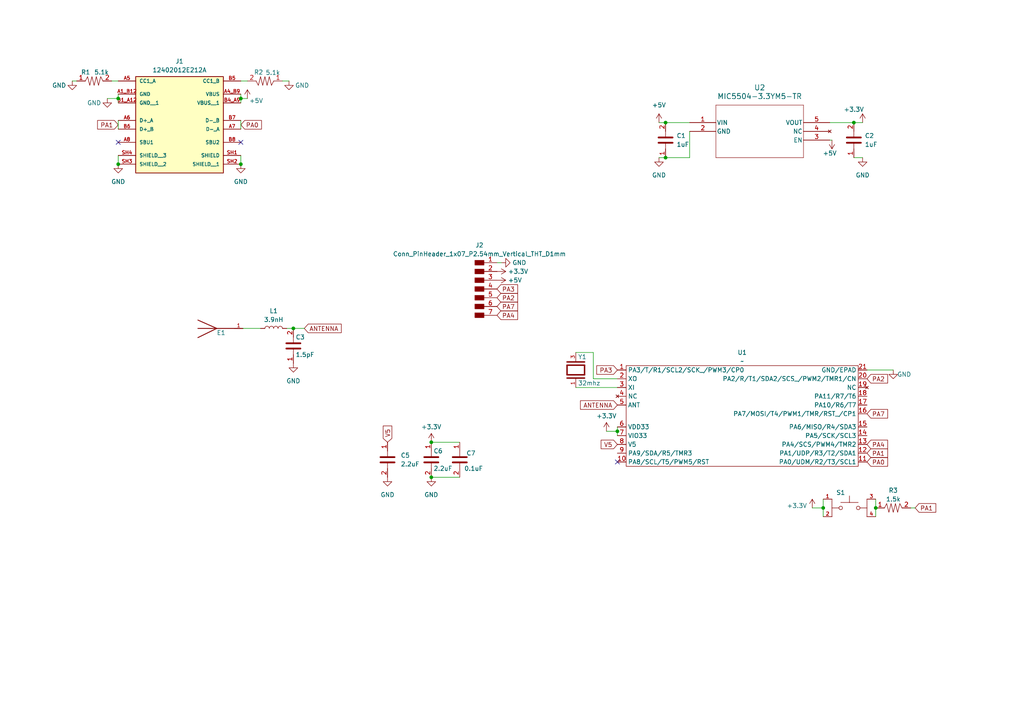
<source format=kicad_sch>
(kicad_sch (version 20250114) (generator "eeschema") (generator_version "9.0")
  (paper "A4")
  (lib_symbols
    (symbol "0603:C_0603" (pin_names (offset 1.016))
      (property "Reference" "C" (at -2.794 3.302 0))
      (property "Value" "F" (at 2.794 -3.048 0))
      (symbol "C_0603_0_1"
        (polyline (pts (xy -0.762 -2.032) (xy -0.762 2.032)) (stroke (width 0.508)))
        (polyline (pts (xy -0.635 0) (xy -2.54 0)))
        (polyline (pts (xy 0.635 0) (xy 2.54 0)))
        (polyline (pts (xy 0.762 -2.032) (xy 0.762 2.032)) (stroke (width 0.508)))
      )
      (symbol "C_0603_1_1"
        (pin passive line (at -5.08 0 0) (length 2.54) (name "~") (number "1"))
        (pin passive line (at 5.08 0 180) (length 2.54) (name "~") (number "2"))
      )
    )
    (symbol "0603:L_0603" (pin_numbers (hide yes)) (pin_names (hide yes))
      (property "Reference" "L" (at -1.27 0 90))
      (property "Value" "L_0603" (at 1.905 0 90))
      (property "Footprint" "Personal:0603" (at 0 0 0))
      (symbol "L_0603_0_1"
        (arc (start 0 2.54) (mid 0.6323 1.905) (end 0 1.27))
        (arc (start 0 1.27) (mid 0.6323 0.635) (end 0 0))
        (arc (start 0 0) (mid 0.6323 -0.635) (end 0 -1.27))
        (arc (start 0 -1.27) (mid 0.6323 -1.905) (end 0 -2.54))
      )
      (symbol "L_0603_1_1"
        (pin passive line (at 0 3.81 270) (length 1.27) (name "1") (number "1"))
        (pin passive line (at 0 -3.81 90) (length 1.27) (name "2") (number "2"))
      )
    )
    (symbol "0603:R_0603" (pin_names (offset 1.016))
      (property "Reference" "R" (at -3.814 2.0087 0))
      (symbol "R_0603_0_1"
        (polyline (pts (xy -2.54 0) (xy -1.905 1.27) (xy -1.27 -1.27) (xy -0.635 1.27) (xy 0 -1.27) (xy 0.635 1.27) (xy 1.27 -1.27) (xy 1.905 1.27) (xy 2.54 0)))
      )
      (symbol "R_0603_1_1"
        (pin passive line (at -5.08 0 0) (length 2.54) (name "~") (number "1"))
        (pin passive line (at 5.08 0 180) (length 2.54) (name "~") (number "2"))
      )
    )
    (symbol "300mah 3.3v vreg:MIC5504-3.3YM5-TR" (pin_names (offset 0.254))
      (property "Reference" "U" (at 20.32 10.16 0))
      (property "Value" "MIC5504-3.3YM5-TR" (at 20.32 7.62 0))
      (symbol "MIC5504-3.3YM5-TR_0_1"
        (polyline (pts (xy 7.62 5.08) (xy 7.62 -10.16)) (stroke (width 0.127)))
        (polyline (pts (xy 7.62 -10.16) (xy 33.02 -10.16)) (stroke (width 0.127)))
        (polyline (pts (xy 33.02 5.08) (xy 7.62 5.08)) (stroke (width 0.127)))
        (polyline (pts (xy 33.02 -10.16) (xy 33.02 5.08)) (stroke (width 0.127)))
        (pin input line (at 0 0 0) (length 7.62) (name "VIN") (number "1"))
        (pin power_in line (at 0 -2.54 0) (length 7.62) (name "GND") (number "2"))
        (pin output line (at 40.64 0 180) (length 7.62) (name "VOUT") (number "5"))
        (pin no_connect line (at 40.64 -2.54 180) (length 7.62) (name "NC") (number "4"))
        (pin input line (at 40.64 -5.08 180) (length 7.62) (name "EN") (number "3"))
      )
    )
    (symbol "32mhz crystal:XRCGB32M000F2P01R0" (pin_names (offset 1.016))
      (property "Reference" "Y" (at -5.0878 3.8159 0))
      (property "Value" "XRCGB32M000F2P01R0" (at -5.0944 -5.0944 0))
      (symbol "XRCGB32M000F2P01R0_0_0"
        (polyline (pts (xy -2.3368 2.54) (xy -2.3368 -2.54)) (stroke (width 0.4064)))
        (polyline (pts (xy -1.397 2.54) (xy -1.397 -2.54)) (stroke (width 0.4064)))
        (polyline (pts (xy -1.397 2.54) (xy 1.397 2.54)) (stroke (width 0.4064)))
        (polyline (pts (xy 1.397 2.54) (xy 1.397 -2.54)) (stroke (width 0.4064)))
        (polyline (pts (xy 1.397 -2.54) (xy -1.397 -2.54)) (stroke (width 0.4064)))
        (polyline (pts (xy 2.3368 2.54) (xy 2.3368 -2.54)) (stroke (width 0.4064)))
        (pin passive line (at -5.08 0 0) (length 2.54) (name "~") (number "1"))
        (pin passive line (at 5.08 0 180) (length 2.54) (name "~") (number "3"))
      )
    )
    (symbol "CH572D:CH572D"
      (property "Reference" "U" (at 0 0 0))
      (symbol "CH572D_0_1"
        (rectangle (start -33.02 16.51) (end 34.29 -12.7))
      )
      (symbol "CH572D_1_1"
        (pin bidirectional line (at -35.56 15.24 0) (length 2.54) (name "PA3/T/R1/SCL2/SCK_/PWM3/CP0") (number "1"))
        (pin input line (at -35.56 12.7 0) (length 2.54) (name "XO") (number "2"))
        (pin input line (at -35.56 10.16 0) (length 2.54) (name "XI") (number "3"))
        (pin no_connect line (at -35.56 7.62 0) (length 2.54) (name "NC") (number "4"))
        (pin bidirectional line (at -35.56 5.08 0) (length 2.54) (name "ANT") (number "5"))
        (pin power_in line (at -35.56 -1.27 0) (length 2.54) (name "VDD33") (number "6"))
        (pin power_in line (at -35.56 -3.81 0) (length 2.54) (name "VIO33") (number "7"))
        (pin power_in line (at -35.56 -6.35 0) (length 2.54) (name "V5") (number "8"))
        (pin bidirectional line (at -35.56 -8.89 0) (length 2.54) (name "PA9/SDA/R5/TMR3") (number "9"))
        (pin bidirectional line (at -35.56 -11.43 0) (length 2.54) (name "PA8/SCL/T5/PWM5/RST") (number "10"))
        (pin power_in line (at 36.83 15.24 180) (length 2.54) (name "GND/EPAD") (number "21"))
        (pin bidirectional line (at 36.83 12.7 180) (length 2.54) (name "PA2/R/T1/SDA2/SCS_/PWM2/TMR1/CN") (number "20"))
        (pin no_connect line (at 36.83 10.16 180) (length 2.54) (name "NC") (number "19"))
        (pin bidirectional line (at 36.83 7.62 180) (length 2.54) (name "PA11/R7/T6") (number "18"))
        (pin bidirectional line (at 36.83 5.08 180) (length 2.54) (name "PA10/R6/T7") (number "17"))
        (pin bidirectional line (at 36.83 2.54 180) (length 2.54) (name "PA7/MOSI/T4/PWM1/TMR/RST_/CP1") (number "16"))
        (pin bidirectional line (at 36.83 -1.27 180) (length 2.54) (name "PA6/MISO/R4/SDA3") (number "15"))
        (pin bidirectional line (at 36.83 -3.81 180) (length 2.54) (name "PA5/SCK/SCL3") (number "14"))
        (pin bidirectional line (at 36.83 -6.35 180) (length 2.54) (name "PA4/SCS/PWM4/TMR2") (number "13"))
        (pin bidirectional line (at 36.83 -8.89 180) (length 2.54) (name "PA1/UDP/R3/T2/SDA1") (number "12"))
        (pin bidirectional line (at 36.83 -11.43 180) (length 2.54) (name "PA0/UDM/R2/T3/SCL1") (number "11"))
      )
    )
    (symbol "C_0603_1" (pin_names (offset 1.016))
      (property "Reference" "C" (at -2.794 3.302 0))
      (property "Value" "F" (at 2.794 -3.048 0))
      (symbol "C_0603_1_0_1"
        (polyline (pts (xy -0.762 -2.032) (xy -0.762 2.032)) (stroke (width 0.508)))
        (polyline (pts (xy -0.635 0) (xy -2.54 0)))
        (polyline (pts (xy 0.635 0) (xy 2.54 0)))
        (polyline (pts (xy 0.762 -2.032) (xy 0.762 2.032)) (stroke (width 0.508)))
      )
      (symbol "C_0603_1_1_1"
        (pin passive line (at -5.08 0 0) (length 2.54) (name "") (number "1"))
        (pin passive line (at 5.08 0 180) (length 2.54) (name "") (number "2"))
      )
    )
    (symbol "C_0603_2" (pin_names (offset 1.016))
      (property "Reference" "C" (at -2.794 3.302 0))
      (property "Value" "F" (at 2.794 -3.048 0))
      (symbol "C_0603_2_0_1"
        (polyline (pts (xy -0.762 -2.032) (xy -0.762 2.032)) (stroke (width 0.508)))
        (polyline (pts (xy -0.635 0) (xy -2.54 0)))
        (polyline (pts (xy 0.635 0) (xy 2.54 0)))
        (polyline (pts (xy 0.762 -2.032) (xy 0.762 2.032)) (stroke (width 0.508)))
      )
      (symbol "C_0603_2_1_1"
        (pin passive line (at -5.08 0 0) (length 2.54) (name "") (number "1"))
        (pin passive line (at 5.08 0 180) (length 2.54) (name "") (number "2"))
      )
    )
    (symbol "R_0603_1" (pin_names (offset 1.016))
      (property "Reference" "R" (at -3.814 2.0087 0))
      (property "Value" "Ω" (at 0.254 -3.048 0))
      (symbol "R_0603_1_0_1"
        (polyline (pts (xy -2.54 0) (xy -1.905 1.27) (xy -1.27 -1.27) (xy -0.635 1.27) (xy 0 -1.27) (xy 0.635 1.27) (xy 1.27 -1.27) (xy 1.905 1.27) (xy 2.54 0)))
      )
      (symbol "R_0603_1_1_1"
        (pin passive line (at -5.08 0 0) (length 2.54) (name "") (number "1"))
        (pin passive line (at 5.08 0 180) (length 2.54) (name "") (number "2"))
      )
    )
    (symbol "button:TL3365AF180QG" (pin_names (offset 1.016))
      (property "Reference" "S" (at -5.08 5.08 0))
      (property "Value" "TL3365AF180QG" (at -5.08 -5.08 0))
      (symbol "TL3365AF180QG_0_0"
        (polyline (pts (xy -5.08 2.54) (xy -5.08 -2.54)) (stroke (width 0.1524)))
        (polyline (pts (xy -5.08 0) (xy -3.048 0)) (stroke (width 0.1524)))
        (polyline (pts (xy -2.54 1.5875) (xy 0 1.5875)) (stroke (width 0.1524)))
        (circle (center -2.54 0) (radius 0.508) (stroke (width 0.1524)))
        (polyline (pts (xy 0 1.5875) (xy 0 3.4925)) (stroke (width 0.1524)))
        (polyline (pts (xy 0 1.5875) (xy 2.54 1.5875)) (stroke (width 0.1524)))
        (circle (center 2.54 0) (radius 0.508) (stroke (width 0.1524)))
        (polyline (pts (xy 5.08 2.54) (xy 5.08 -2.54)) (stroke (width 0.1524)))
        (polyline (pts (xy 5.08 0) (xy 3.048 0)) (stroke (width 0.1524)))
        (pin passive line (at -7.62 2.54 0) (length 2.54) (name "~") (number "1"))
        (pin passive line (at -7.62 -2.54 0) (length 2.54) (name "~") (number "2"))
        (pin passive line (at 7.62 2.54 180) (length 2.54) (name "~") (number "3"))
        (pin passive line (at 7.62 -2.54 180) (length 2.54) (name "~") (number "4"))
      )
    )
    (symbol "ceramic antenna:AMCA31-2R450G-S1F-T3" (pin_names (offset 1.016))
      (property "Reference" "E" (at 2.8004 5.8496 0))
      (property "Value" "AMCA31-2R450G-S1F-T3" (at 2.6732 3.813 0))
      (symbol "AMCA31-2R450G-S1F-T3_0_0"
        (polyline (pts (xy 0 8.001) (xy 0 2.54)) (stroke (width 0.254)))
        (polyline (pts (xy 0 2.54) (xy -2.667 8.001)) (stroke (width 0.254)))
        (polyline (pts (xy 0 2.54) (xy 0 -5.08)) (stroke (width 0.254)))
        (polyline (pts (xy 2.413 8.001) (xy 0 2.54)) (stroke (width 0.254)))
        (pin input line (at 0 -5.08 90) (length 2.54) (name "~") (number "1"))
      )
    )
    (symbol "fab:Conn_PinHeader_1x07_P2.54mm_Vertical_THT_D1mm" (pin_names (hide yes))
      (property "Reference" "J" (at 0 10.16 0))
      (property "Value" "Conn_PinHeader_1x07_P2.54mm_Vertical_THT_D1mm" (at 0 -10.16 0))
      (symbol "Conn_PinHeader_1x07_P2.54mm_Vertical_THT_D1mm_1_1"
        (rectangle (start -1.27 8.255) (end 1.27 6.985) (stroke (width 0.254)) (fill (type outline)))
        (rectangle (start -1.27 5.715) (end 1.27 4.445) (stroke (width 0.254)) (fill (type outline)))
        (rectangle (start -1.27 3.175) (end 1.27 1.905) (stroke (width 0.254)) (fill (type outline)))
        (rectangle (start -1.27 0.635) (end 1.27 -0.635) (stroke (width 0.254)) (fill (type outline)))
        (rectangle (start -1.27 -1.905) (end 1.27 -3.175) (stroke (width 0.254)) (fill (type outline)))
        (rectangle (start -1.27 -4.445) (end 1.27 -5.715) (stroke (width 0.254)) (fill (type outline)))
        (rectangle (start -1.27 -6.985) (end 1.27 -8.255) (stroke (width 0.254)) (fill (type outline)))
        (pin passive line (at 5.08 7.62 180) (length 3.81) (name "Pin_1") (number "1"))
        (pin passive line (at 5.08 5.08 180) (length 3.81) (name "Pin_2") (number "2"))
        (pin passive line (at 5.08 2.54 180) (length 3.81) (name "Pin_3") (number "3"))
        (pin passive line (at 5.08 0 180) (length 3.81) (name "Pin_4") (number "4"))
        (pin passive line (at 5.08 -2.54 180) (length 3.81) (name "Pin_5") (number "5"))
        (pin passive line (at 5.08 -5.08 180) (length 3.81) (name "Pin_6") (number "6"))
        (pin passive line (at 5.08 -7.62 180) (length 3.81) (name "Pin_7") (number "7"))
      )
    )
    (symbol "power:+3.3V" (power) (pin_names (offset 0))
      (property "Value" "+3.3V" (at 0 3.556 0))
      (symbol "+3.3V_0_1"
        (polyline (pts (xy -0.762 1.27) (xy 0 2.54)))
        (polyline (pts (xy 0 2.54) (xy 0.762 1.27)))
        (polyline (pts (xy 0 0) (xy 0 2.54)))
      )
      (symbol "+3.3V_1_1"
        (pin power_in line (at 0 0 90) (length 0) (hide yes) (name "+3.3V") (number "1"))
      )
    )
    (symbol "power:+5V" (power) (pin_names (offset 0))
      (property "Value" "+5V" (at 0 3.556 0))
      (symbol "+5V_0_1"
        (polyline (pts (xy -0.762 1.27) (xy 0 2.54)))
        (polyline (pts (xy 0 2.54) (xy 0.762 1.27)))
        (polyline (pts (xy 0 0) (xy 0 2.54)))
      )
      (symbol "+5V_1_1"
        (pin power_in line (at 0 0 90) (length 0) (hide yes) (name "+5V") (number "1"))
      )
    )
    (symbol "power:GND" (power) (pin_names (offset 0))
      (property "Value" "GND" (at 0 -3.81 0))
      (symbol "GND_0_1"
        (polyline (pts (xy 0 0) (xy 0 -1.27) (xy 1.27 -1.27) (xy 0 -2.54) (xy -1.27 -1.27) (xy 0 -1.27)))
      )
      (symbol "GND_1_1"
        (pin power_in line (at 0 0 270) (length 0) (hide yes) (name "GND") (number "1"))
      )
    )
    (symbol "usbcport:12402012E212A" (pin_names (offset 1.016))
      (property "Reference" "J" (at -12.7 13.462 0))
      (property "Value" "12402012E212A" (at -6.096 -18.542 0))
      (symbol "12402012E212A_0_0"
        (rectangle (start -12.7 11.43) (end 12.7 -16.51) (stroke (width 0.254)) (fill (type background)))
        (pin bidirectional line (at -17.78 10.16 0) (length 5.08) (name "CC1_A") (number "A5"))
        (pin power_in line (at -17.78 6.35 0) (length 5.08) (name "GND") (number "A1_B12"))
        (pin power_in line (at -17.78 3.81 0) (length 5.08) (name "GND__1") (number "B1_A12"))
        (pin bidirectional line (at -17.78 -1.27 0) (length 5.08) (name "D+_A") (number "A6"))
        (pin bidirectional line (at -17.78 -3.81 0) (length 5.08) (name "D+_B") (number "B6"))
        (pin bidirectional line (at -17.78 -7.62 0) (length 5.08) (name "SBU1") (number "A8"))
        (pin passive line (at -17.78 -11.43 0) (length 5.08) (name "SHIELD__3") (number "SH4"))
        (pin passive line (at -17.78 -13.97 0) (length 5.08) (name "SHIELD__2") (number "SH3"))
        (pin bidirectional line (at 17.78 10.16 180) (length 5.08) (name "CC1_B") (number "B5"))
        (pin power_in line (at 17.78 6.35 180) (length 5.08) (name "VBUS") (number "A4_B9"))
        (pin power_in line (at 17.78 3.81 180) (length 5.08) (name "VBUS__1") (number "B4_A9"))
        (pin bidirectional line (at 17.78 -1.27 180) (length 5.08) (name "D-_B") (number "B7"))
        (pin bidirectional line (at 17.78 -3.81 180) (length 5.08) (name "D-_A") (number "A7"))
        (pin bidirectional line (at 17.78 -7.62 180) (length 5.08) (name "SBU2") (number "B8"))
        (pin passive line (at 17.78 -11.43 180) (length 5.08) (name "SHIELD") (number "SH1"))
        (pin passive line (at 17.78 -13.97 180) (length 5.08) (name "SHIELD__1") (number "SH2"))
      )
    )
  )
  (junction (at 247.65 35.56))
  (junction (at 238.76 147.32))
  (junction (at 193.04 35.56))
  (junction (at 34.29 28.575))
  (junction (at 85.09 95.25))
  (junction (at 34.29 47.625))
  (junction (at 69.85 47.625))
  (junction (at 193.04 45.72))
  (junction (at 69.85 28.575))
  (junction (at 254 147.32))
  (junction (at 179.07 125.095))
  (junction (at 125.095 128.27))
  (junction (at 125.095 138.43))
  (no_connect (at 69.85 41.275))
  (no_connect (at 179.07 133.985))
  (no_connect (at 34.29 41.275))
  (wire (pts (xy 81.915 23.495) (xy 83.82 23.495)))
  (wire (pts (xy 235.585 147.32) (xy 238.76 147.32)))
  (wire (pts (xy 34.29 28.575) (xy 34.29 29.845)))
  (wire (pts (xy 191.135 45.72) (xy 193.04 45.72)))
  (wire (pts (xy 172.085 109.855) (xy 179.07 109.855)))
  (wire (pts (xy 247.65 35.56) (xy 240.665 35.56)))
  (wire (pts (xy 31.115 28.575) (xy 34.29 28.575)))
  (wire (pts (xy 250.19 45.72) (xy 247.65 45.72)))
  (wire (pts (xy 175.895 125.095) (xy 179.07 125.095)))
  (wire (pts (xy 145.415 76.2) (xy 144.145 76.2)))
  (wire (pts (xy 254 147.32) (xy 254 149.86)))
  (wire (pts (xy 70.485 95.25) (xy 75.565 95.25)))
  (wire (pts (xy 167.005 112.395) (xy 179.07 112.395)))
  (wire (pts (xy 88.265 95.25) (xy 85.09 95.25)))
  (wire (pts (xy 125.095 128.27) (xy 133.35 128.27)))
  (wire (pts (xy 264.16 147.32) (xy 265.43 147.32)))
  (wire (pts (xy 179.07 125.095) (xy 179.07 126.365)))
  (wire (pts (xy 69.85 27.305) (xy 69.85 28.575)))
  (wire (pts (xy 193.04 35.56) (xy 200.025 35.56)))
  (wire (pts (xy 34.29 34.925) (xy 34.29 37.465)))
  (wire (pts (xy 238.76 147.32) (xy 238.76 149.86)))
  (wire (pts (xy 34.29 45.085) (xy 34.29 47.625)))
  (wire (pts (xy 251.46 107.315) (xy 259.08 107.315)))
  (wire (pts (xy 69.85 28.575) (xy 69.85 29.845)))
  (wire (pts (xy 20.955 23.495) (xy 22.225 23.495)))
  (wire (pts (xy 69.85 23.495) (xy 71.755 23.495)))
  (wire (pts (xy 179.07 123.825) (xy 179.07 125.095)))
  (wire (pts (xy 238.76 144.78) (xy 238.76 147.32)))
  (wire (pts (xy 240.665 40.64) (xy 241.3 40.64)))
  (wire (pts (xy 85.09 95.25) (xy 83.185 95.25)))
  (wire (pts (xy 172.085 102.235) (xy 172.085 109.855)))
  (wire (pts (xy 200.025 38.1) (xy 200.025 45.72)))
  (wire (pts (xy 254 144.78) (xy 254 147.32)))
  (wire (pts (xy 34.29 27.305) (xy 34.29 28.575)))
  (wire (pts (xy 69.85 45.085) (xy 69.85 47.625)))
  (wire (pts (xy 167.005 102.235) (xy 172.085 102.235)))
  (wire (pts (xy 69.85 34.925) (xy 69.85 37.465)))
  (wire (pts (xy 69.85 28.575) (xy 71.755 28.575)))
  (wire (pts (xy 125.095 138.43) (xy 133.35 138.43)))
  (wire (pts (xy 247.65 35.56) (xy 250.19 35.56)))
  (wire (pts (xy 32.385 23.495) (xy 34.29 23.495)))
  (wire (pts (xy 193.04 45.72) (xy 200.025 45.72)))
  (wire (pts (xy 191.135 35.56) (xy 193.04 35.56)))
  (global_label "V5" (shape input) (at 179.07 128.905 180) (property "Intersheetrefs" "${INTERSHEET_REFS}" (effects (hide yes))))
  (global_label "PA4" (shape input) (at 144.145 91.44 0) (property "Intersheetrefs" "${INTERSHEET_REFS}" (effects (hide yes))))
  (global_label "PA1" (shape input) (at 34.29 36.195 180) (property "Intersheetrefs" "${INTERSHEET_REFS}" (effects (hide yes))))
  (global_label "PA3" (shape input) (at 179.07 107.315 180) (property "Intersheetrefs" "${INTERSHEET_REFS}" (effects (hide yes))))
  (global_label "PA2" (shape input) (at 251.46 109.855 0) (property "Intersheetrefs" "${INTERSHEET_REFS}" (effects (hide yes))))
  (global_label "PA4" (shape input) (at 251.46 128.905 0) (property "Intersheetrefs" "${INTERSHEET_REFS}" (effects (hide yes))))
  (global_label "PA7" (shape input) (at 144.145 88.9 0) (property "Intersheetrefs" "${INTERSHEET_REFS}" (effects (hide yes))))
  (global_label "PA0" (shape input) (at 69.85 36.195 0) (property "Intersheetrefs" "${INTERSHEET_REFS}" (effects (hide yes))))
  (global_label "ANTENNA" (shape input) (at 179.07 117.475 180) (property "Intersheetrefs" "${INTERSHEET_REFS}" (effects (hide yes))))
  (global_label "PA2" (shape input) (at 144.145 86.36 0) (property "Intersheetrefs" "${INTERSHEET_REFS}" (effects (hide yes))))
  (global_label "PA3" (shape input) (at 144.145 83.82 0) (property "Intersheetrefs" "${INTERSHEET_REFS}" (effects (hide yes))))
  (global_label "PA0" (shape input) (at 251.46 133.985 0) (property "Intersheetrefs" "${INTERSHEET_REFS}" (effects (hide yes))))
  (global_label "ANTENNA" (shape input) (at 88.265 95.25 0) (property "Intersheetrefs" "${INTERSHEET_REFS}" (effects (hide yes))))
  (global_label "PA7" (shape input) (at 251.46 120.015 0) (property "Intersheetrefs" "${INTERSHEET_REFS}" (effects (hide yes))))
  (global_label "PA1" (shape input) (at 251.46 131.445 0) (property "Intersheetrefs" "${INTERSHEET_REFS}" (effects (hide yes))))
  (global_label "V5" (shape input) (at 112.395 128.27 90) (property "Intersheetrefs" "${INTERSHEET_REFS}" (effects (hide yes))))
  (global_label "PA1" (shape input) (at 265.43 147.32 0) (property "Intersheetrefs" "${INTERSHEET_REFS}" (effects (hide yes))))
  (symbol (lib_id "power:GND") (at 34.29 47.625 0) (mirror y) (unit 1)
    (property "Reference" "#PWR07" (effects (hide yes)))
    (property "Value" "GND" (at 34.29 52.705 0))
    (property "Description" "Power symbol creates a global label with name \"GND\" , ground" (effects (hide yes)))
  )
  (symbol (lib_id "0603:R_0603") (at 76.835 23.495 180) (unit 1)
    (property "Reference" "R2" (at 73.66 20.955 0) (effects (justify right)))
    (property "Value" "5.1k" (at 81.28 20.32 0) (effects (justify left bottom)))
    (property "Footprint" "Personal:0603" (effects (hide yes)))
    (property "MANUFACTURER" "YAGEO" (effects (hide yes)))
  )
  (symbol (lib_id "power:GND") (at 125.095 138.43 0) (unit 1)
    (property "Reference" "#PWR017" (effects (hide yes)))
    (property "Value" "GND" (at 125.095 143.51 0))
    (property "Description" "Power symbol creates a global label with name \"GND\" , ground" (effects (hide yes)))
  )
  (symbol (lib_name "C_0603_2") (lib_id "0603:C_0603") (at 133.35 133.35 270) (unit 1)
    (property "Reference" "C7" (at 135.255 131.445 90) (effects (justify left)))
    (property "Value" "0.1uF" (at 134.62 135.89 90) (effects (justify left)))
    (property "Footprint" "Personal:0603" (effects (hide yes)))
    (property "MANUFACTURER" "YAGEO" (effects (hide yes)))
  )
  (symbol (lib_id "power:GND") (at 191.135 45.72 0) (unit 1)
    (property "Reference" "#PWR01" (effects (hide yes)))
    (property "Value" "GND" (at 191.135 50.8 0))
    (property "Description" "Power symbol creates a global label with name \"GND\" , ground" (effects (hide yes)))
  )
  (symbol (lib_id "power:GND") (at 250.19 45.72 0) (unit 1)
    (property "Reference" "#PWR06" (effects (hide yes)))
    (property "Value" "GND" (at 250.19 50.8 0))
    (property "Description" "Power symbol creates a global label with name \"GND\" , ground" (effects (hide yes)))
  )
  (symbol (lib_id "power:+3.3V") (at 175.895 125.095 0) (unit 1)
    (property "Reference" "#PWR015" (effects (hide yes)))
    (property "Value" "+3.3V" (at 175.895 120.65 0))
    (property "Description" "Power symbol creates a global label with name \"+3.3V\"" (effects (hide yes)))
  )
  (symbol (lib_id "power:GND") (at 259.08 107.315 0) (unit 1)
    (property "Reference" "#PWR05" (effects (hide yes)))
    (property "Value" "GND" (at 262.255 108.585 0))
    (property "Description" "Power symbol creates a global label with name \"GND\" , ground" (effects (hide yes)))
  )
  (symbol (lib_id "power:GND") (at 85.09 105.41 0) (unit 1)
    (property "Reference" "#PWR018" (effects (hide yes)))
    (property "Value" "GND" (at 85.09 110.49 0))
    (property "Description" "Power symbol creates a global label with name \"GND\" , ground" (effects (hide yes)))
  )
  (symbol (lib_id "power:+3.3V") (at 144.145 78.74 270) (unit 1)
    (property "Reference" "#PWR020" (effects (hide yes)))
    (property "Value" "+3.3V" (at 147.32 78.7399 90) (effects (justify left)))
    (property "Description" "Power symbol creates a global label with name \"+3.3V\"" (effects (hide yes)))
  )
  (symbol (lib_id "button:TL3365AF180QG") (at 246.38 147.32 0) (unit 1)
    (property "Reference" "S1" (at 243.84 142.875 0))
    (property "Value" "TL3365AF180QG" (effects (hide yes)))
    (property "Footprint" "Personal:button" (effects (hide yes)))
    (property "PARTREV" "A" (effects (hide yes)))
    (property "SNAPEDA_PN" "TL3365AF180QG" (effects (hide yes)))
    (property "STANDARD" "Manufacturer Recommendations" (effects (hide yes)))
    (property "MAXIMUM_PACKAGE_HEIGHT" "2.5 mm" (effects (hide yes)))
    (property "MANUFACTURER" "E-Switch" (effects (hide yes)))
  )
  (symbol (lib_id "power:GND") (at 83.82 23.495 0) (unit 1)
    (property "Reference" "#PWR012" (effects (hide yes)))
    (property "Value" "GND" (at 87.63 24.765 0))
    (property "Description" "Power symbol creates a global label with name \"GND\" , ground" (effects (hide yes)))
  )
  (symbol (lib_id "power:+5V") (at 71.755 28.575 0) (unit 1)
    (property "Reference" "#PWR011" (effects (hide yes)))
    (property "Value" "+5V" (at 74.295 29.21 0))
    (property "Description" "Power symbol creates a global label with name \"+5V\"" (effects (hide yes)))
  )
  (symbol (lib_id "ceramic antenna:AMCA31-2R450G-S1F-T3") (at 65.405 95.25 90) (unit 1)
    (property "Reference" "E1" (at 64.135 96.52 90))
    (property "Value" "AMCA31-2R450G-S1F-T3" (effects (hide yes)))
    (property "Footprint" "Personal:ceramic antenna" (effects (hide yes)))
    (property "PARTREV" "03-21-19" (effects (hide yes)))
    (property "STANDARD" "Manufacturer Recommendations" (effects (hide yes)))
    (property "SNAPEDA_PN" "AMCA31-2R450G-S1F-T3" (effects (hide yes)))
    (property "MAXIMUM_PACKAGE_HEIGHT" "1.4mm" (effects (hide yes)))
    (property "MANUFACTURER" "Abracon" (effects (hide yes)))
  )
  (symbol (lib_id "power:+5V") (at 144.145 81.28 270) (unit 1)
    (property "Reference" "#PWR021" (effects (hide yes)))
    (property "Value" "+5V" (at 147.32 81.2799 90) (effects (justify left)))
    (property "Description" "Power symbol creates a global label with name \"+5V\"" (effects (hide yes)))
  )
  (symbol (lib_id "power:+3.3V") (at 250.19 35.56 0) (unit 1)
    (property "Reference" "#PWR03" (effects (hide yes)))
    (property "Value" "+3.3V" (at 247.65 31.75 0))
    (property "Description" "Power symbol creates a global label with name \"+3.3V\"" (effects (hide yes)))
  )
  (symbol (lib_id "32mhz crystal:XRCGB32M000F2P01R0") (at 167.005 107.315 90) (unit 1)
    (property "Reference" "Y1" (at 167.64 103.505 90) (effects (justify right)))
    (property "Value" "32mhz" (at 167.64 111.125 90) (effects (justify right)))
    (property "Footprint" "Personal:32mhz crystal" (effects (hide yes)))
    (property "PARTREV" "N/A" (effects (hide yes)))
    (property "MANUFACTURER" "Murata Electronics" (effects (hide yes)))
    (property "MAXIMUM_PACKAGE_HEIGHT" "0.7 mm" (effects (hide yes)))
    (property "STANDARD" "Manufacturer Recommendations" (effects (hide yes)))
  )
  (symbol (lib_name "R_0603_1") (lib_id "0603:R_0603") (at 259.08 147.32 0) (unit 1)
    (property "Reference" "R3" (at 259.08 142.24 0))
    (property "Value" "1.5k" (at 259.08 144.78 0))
    (property "Footprint" "Personal:0603" (effects (hide yes)))
    (property "MANUFACTURER" "YAGEO" (effects (hide yes)))
  )
  (symbol (lib_name "C_0603_2") (lib_id "0603:C_0603") (at 125.095 133.35 270) (unit 1)
    (property "Reference" "C6" (at 125.73 130.81 90) (effects (justify left)))
    (property "Value" "2.2uF" (at 125.73 135.89 90) (effects (justify left)))
    (property "Footprint" "Personal:0603" (effects (hide yes)))
    (property "MANUFACTURER" "YAGEO" (effects (hide yes)))
  )
  (symbol (lib_id "CH572D:CH572D") (at 214.63 122.555 0) (unit 1)
    (property "Reference" "U1" (at 215.265 102.235 0))
    (property "Value" "~" (at 215.265 104.775 0))
    (property "Footprint" "Ch572D:CH572D" (effects (hide yes)))
  )
  (symbol (lib_id "power:+3.3V") (at 125.095 128.27 0) (unit 1)
    (property "Reference" "#PWR014" (effects (hide yes)))
    (property "Value" "+3.3V" (at 125.095 123.825 0))
    (property "Description" "Power symbol creates a global label with name \"+3.3V\"" (effects (hide yes)))
  )
  (symbol (lib_id "0603:R_0603") (at 27.305 23.495 0) (unit 1)
    (property "Reference" "R1" (at 23.495 20.955 0) (effects (justify left)))
    (property "Value" "5.1k" (at 27.305 20.955 0) (effects (justify left)))
    (property "Footprint" "Personal:0603" (effects (hide yes)))
    (property "MANUFACTURER" "YAGEO" (effects (hide yes)))
  )
  (symbol (lib_id "usbcport:12402012E212A") (at 52.07 33.655 0) (unit 1)
    (property "Reference" "J1" (at 52.07 17.78 0))
    (property "Value" "12402012E212A" (at 52.07 20.32 0))
    (property "Footprint" "usbcport:usbcport" (effects (hide yes)))
    (property "PARTREV" "4" (effects (hide yes)))
    (property "STANDARD" "Manufacturer Recommendations" (effects (hide yes)))
    (property "MAXIMUM_PACKAGE_HEIGHT" "3.26 mm" (effects (hide yes)))
    (property "MANUFACTURER" "Amphenol" (effects (hide yes)))
  )
  (symbol (lib_id "power:GND") (at 69.85 47.625 0) (mirror y) (unit 1)
    (property "Reference" "#PWR016" (effects (hide yes)))
    (property "Value" "GND" (at 69.85 52.705 0))
    (property "Description" "Power symbol creates a global label with name \"GND\" , ground" (effects (hide yes)))
  )
  (symbol (lib_id "power:+3.3V") (at 235.585 147.32 0) (unit 1)
    (property "Reference" "#PWR08" (effects (hide yes)))
    (property "Value" "+3.3V" (at 231.14 146.685 0))
    (property "Description" "Power symbol creates a global label with name \"+3.3V\"" (effects (hide yes)))
  )
  (symbol (lib_id "power:+5V") (at 191.135 35.56 0) (unit 1)
    (property "Reference" "#PWR02" (effects (hide yes)))
    (property "Value" "+5V" (at 191.135 30.48 0))
    (property "Description" "Power symbol creates a global label with name \"+5V\"" (effects (hide yes)))
  )
  (symbol (lib_id "0603:C_0603") (at 193.04 40.64 90) (unit 1)
    (property "Reference" "C1" (at 196.215 39.3699 90) (effects (justify right)))
    (property "Value" "1uF" (at 196.215 41.9099 90) (effects (justify right)))
    (property "Footprint" "Personal:0603" (effects (hide yes)))
    (property "MANUFACTURER" "YAGEO" (effects (hide yes)))
  )
  (symbol (lib_id "power:GND") (at 20.955 23.495 0) (unit 1)
    (property "Reference" "#PWR013" (effects (hide yes)))
    (property "Value" "GND" (at 17.145 24.765 0))
    (property "Description" "Power symbol creates a global label with name \"GND\" , ground" (effects (hide yes)))
  )
  (symbol (lib_id "0603:L_0603") (at 79.375 95.25 90) (unit 1)
    (property "Reference" "L1" (at 79.375 90.17 90))
    (property "Value" "3.9nH" (at 79.375 92.71 90))
    (property "Footprint" "Personal:0603" (effects (hide yes)))
    (property "Description" "Inductor, SMD, 0603" (effects (hide yes)))
  )
  (symbol (lib_id "0603:C_0603") (at 247.65 40.64 90) (unit 1)
    (property "Reference" "C2" (at 250.825 39.3699 90) (effects (justify right)))
    (property "Value" "1uF" (at 250.825 41.9099 90) (effects (justify right)))
    (property "Footprint" "Personal:0603" (effects (hide yes)))
    (property "MANUFACTURER" "YAGEO" (effects (hide yes)))
  )
  (symbol (lib_id "fab:Conn_PinHeader_1x07_P2.54mm_Vertical_THT_D1mm") (at 139.065 83.82 0) (unit 1)
    (property "Reference" "J2" (at 139.065 71.12 0))
    (property "Value" "Conn_PinHeader_1x07_P2.54mm_Vertical_THT_D1mm" (at 139.065 73.66 0))
    (property "Footprint" "fab:PinHeader_1x07_P2.54mm_Vertical_THT_D1mm" (effects (hide yes)))
    (property "Description" "Connector Header Through Hole 7 positions 0.100\" (2.54mm)" (effects (hide yes)))
  )
  (symbol (lib_id "power:GND") (at 145.415 76.2 90) (unit 1)
    (property "Reference" "#PWR019" (effects (hide yes)))
    (property "Value" "GND" (at 148.59 76.1999 90) (effects (justify right)))
    (property "Description" "Power symbol creates a global label with name \"GND\" , ground" (effects (hide yes)))
  )
  (symbol (lib_id "power:+5V") (at 241.3 40.64 180) (unit 1)
    (property "Reference" "#PWR04" (effects (hide yes)))
    (property "Value" "+5V" (at 240.665 44.45 0))
    (property "Description" "Power symbol creates a global label with name \"+5V\"" (effects (hide yes)))
  )
  (symbol (lib_id "300mah 3.3v vreg:MIC5504-3.3YM5-TR") (at 200.025 35.56 0) (unit 1)
    (property "Reference" "U2" (at 220.345 25.4 0) (effects (font (size 1.524 1.524))))
    (property "Value" "MIC5504-3.3YM5-TR" (at 220.345 27.94 0) (effects (font (size 1.524 1.524))))
    (property "Footprint" "300mah 3.3v vreg:SOT-23-5_MC_MCH" (effects (hide yes)))
    (property "Datasheet" "MIC5504-3.3YM5-TR" (effects (hide yes)))
  )
  (symbol (lib_id "power:GND") (at 31.115 28.575 0) (unit 1)
    (property "Reference" "#PWR010" (effects (hide yes)))
    (property "Value" "GND" (at 27.305 29.845 0))
    (property "Description" "Power symbol creates a global label with name \"GND\" , ground" (effects (hide yes)))
  )
  (symbol (lib_id "power:GND") (at 112.395 138.43 0) (unit 1)
    (property "Reference" "#PWR09" (effects (hide yes)))
    (property "Value" "GND" (at 112.395 143.51 0))
    (property "Description" "Power symbol creates a global label with name \"GND\" , ground" (effects (hide yes)))
  )
  (symbol (lib_name "C_0603_2") (lib_id "0603:C_0603") (at 112.395 133.35 270) (unit 1)
    (property "Reference" "C5" (at 116.205 132.0799 90) (effects (justify left)))
    (property "Value" "2.2uF" (at 116.205 134.6199 90) (effects (justify left)))
    (property "Footprint" "Personal:0603" (effects (hide yes)))
    (property "MANUFACTURER" "YAGEO" (effects (hide yes)))
  )
  (symbol (lib_name "C_0603_1") (lib_id "0603:C_0603") (at 85.09 100.33 90) (unit 1)
    (property "Reference" "C3" (at 85.725 97.79 90) (effects (justify right)))
    (property "Value" "1.5pF" (at 85.725 102.87 90) (effects (justify right)))
    (property "Footprint" "Personal:0603" (effects (hide yes)))
    (property "MANUFACTURER" "YAGEO" (effects (hide yes)))
  )
)
</source>
